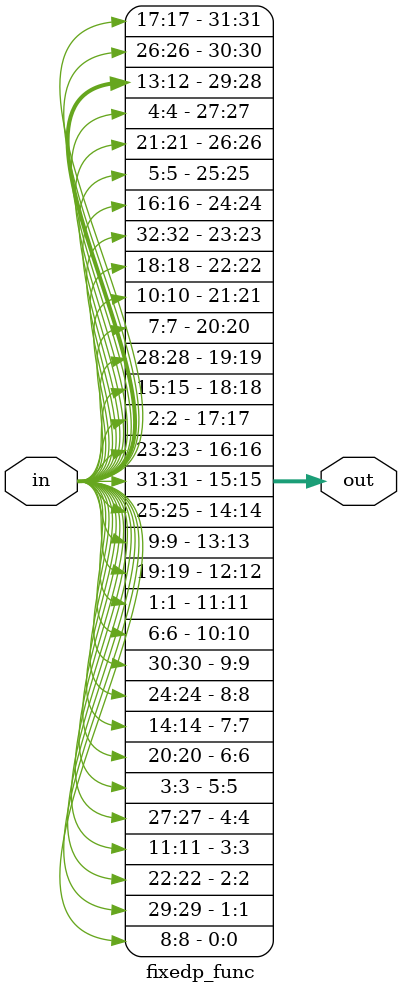
<source format=v>
/*
 
 Module Name : exp_permutation
 
 Functionality :
 The fixedp_func is Used In Each Round Logic to re-order the S Boxes Output
 Following The Standard Order Before Being XORed with The Left Portion
 Generating The Function Output Which Will Be the Right Portion Of the New Round
 
 */

module fixedp_func(input    [32:1] in   ,
                   output   [32:1] out  );

    assign out =   {in[17], in[26], in[13], in[12], in[4], 
                    in[21], in[5],  in[16], in[32], 
                    in[18], in[10], in[7],  in[28], 
                    in[15], in[2],  in[23], in[31], 
                    in[25], in[9],  in[19], in[1], 
                    in[6],  in[30], in[24], in[14], 
                    in[20], in[3],  in[27], in[11], 
                    in[22], in[29], in[8]};

endmodule

</source>
